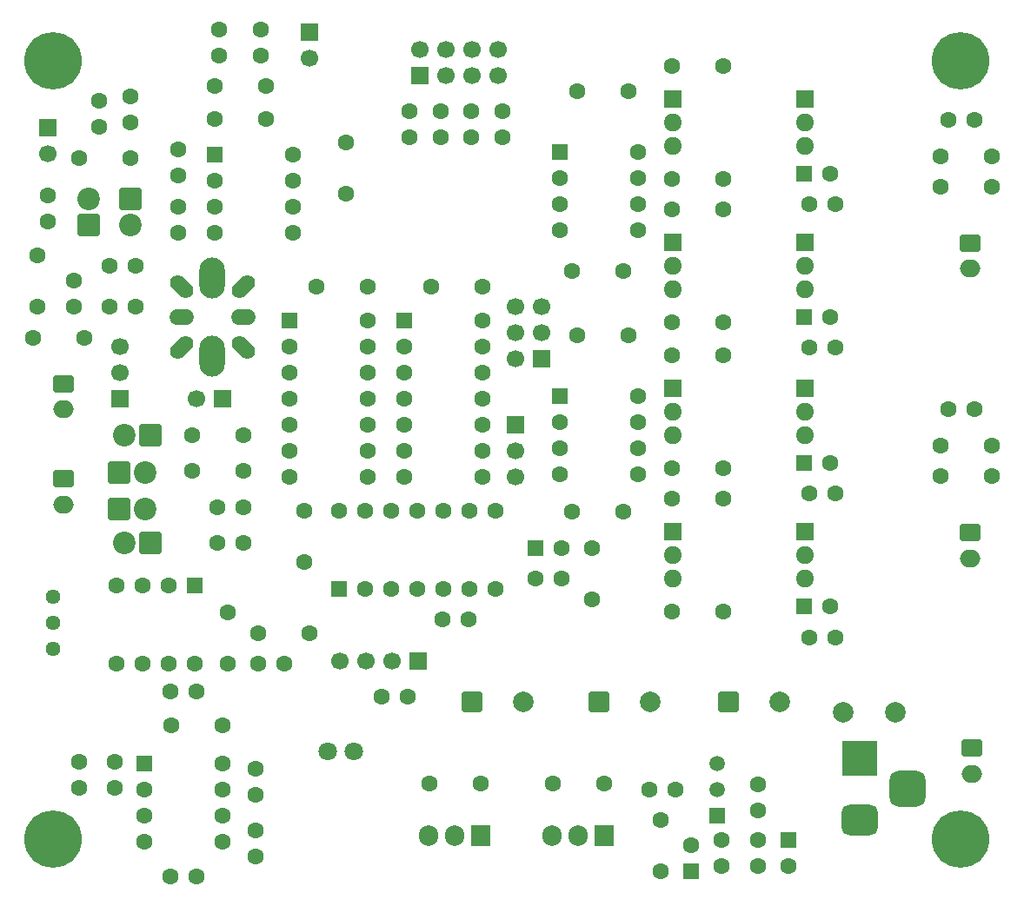
<source format=gbr>
%TF.GenerationSoftware,KiCad,Pcbnew,9.0.2*%
%TF.CreationDate,2025-08-17T10:41:30+03:30*%
%TF.ProjectId,drsstc-v1,64727373-7463-42d7-9631-2e6b69636164,rev?*%
%TF.SameCoordinates,Original*%
%TF.FileFunction,Soldermask,Bot*%
%TF.FilePolarity,Negative*%
%FSLAX46Y46*%
G04 Gerber Fmt 4.6, Leading zero omitted, Abs format (unit mm)*
G04 Created by KiCad (PCBNEW 9.0.2) date 2025-08-17 10:41:30*
%MOMM*%
%LPD*%
G01*
G04 APERTURE LIST*
G04 Aperture macros list*
%AMRoundRect*
0 Rectangle with rounded corners*
0 $1 Rounding radius*
0 $2 $3 $4 $5 $6 $7 $8 $9 X,Y pos of 4 corners*
0 Add a 4 corners polygon primitive as box body*
4,1,4,$2,$3,$4,$5,$6,$7,$8,$9,$2,$3,0*
0 Add four circle primitives for the rounded corners*
1,1,$1+$1,$2,$3*
1,1,$1+$1,$4,$5*
1,1,$1+$1,$6,$7*
1,1,$1+$1,$8,$9*
0 Add four rect primitives between the rounded corners*
20,1,$1+$1,$2,$3,$4,$5,0*
20,1,$1+$1,$4,$5,$6,$7,0*
20,1,$1+$1,$6,$7,$8,$9,0*
20,1,$1+$1,$8,$9,$2,$3,0*%
%AMHorizOval*
0 Thick line with rounded ends*
0 $1 width*
0 $2 $3 position (X,Y) of the first rounded end (center of the circle)*
0 $4 $5 position (X,Y) of the second rounded end (center of the circle)*
0 Add line between two ends*
20,1,$1,$2,$3,$4,$5,0*
0 Add two circle primitives to create the rounded ends*
1,1,$1,$2,$3*
1,1,$1,$4,$5*%
G04 Aperture macros list end*
%ADD10C,1.600000*%
%ADD11RoundRect,0.250000X-0.750000X0.600000X-0.750000X-0.600000X0.750000X-0.600000X0.750000X0.600000X0*%
%ADD12O,2.000000X1.700000*%
%ADD13R,1.800000X1.717500*%
%ADD14O,1.800000X1.717500*%
%ADD15RoundRect,0.250000X-0.550000X-0.550000X0.550000X-0.550000X0.550000X0.550000X-0.550000X0.550000X0*%
%ADD16R,1.500000X1.500000*%
%ADD17C,1.500000*%
%ADD18RoundRect,0.250000X-0.550000X0.550000X-0.550000X-0.550000X0.550000X-0.550000X0.550000X0.550000X0*%
%ADD19RoundRect,0.249999X-0.850001X-0.850001X0.850001X-0.850001X0.850001X0.850001X-0.850001X0.850001X0*%
%ADD20C,2.200000*%
%ADD21R,1.700000X1.700000*%
%ADD22C,1.700000*%
%ADD23C,3.600000*%
%ADD24C,5.600000*%
%ADD25R,1.905000X2.000000*%
%ADD26O,1.905000X2.000000*%
%ADD27RoundRect,0.250000X-0.750000X-0.750000X0.750000X-0.750000X0.750000X0.750000X-0.750000X0.750000X0*%
%ADD28C,2.000000*%
%ADD29R,3.500000X3.500000*%
%ADD30RoundRect,0.750000X1.000000X-0.750000X1.000000X0.750000X-1.000000X0.750000X-1.000000X-0.750000X0*%
%ADD31RoundRect,0.875000X0.875000X-0.875000X0.875000X0.875000X-0.875000X0.875000X-0.875000X-0.875000X0*%
%ADD32RoundRect,0.250000X0.550000X-0.550000X0.550000X0.550000X-0.550000X0.550000X-0.550000X-0.550000X0*%
%ADD33RoundRect,0.249999X-0.850001X0.850001X-0.850001X-0.850001X0.850001X-0.850001X0.850001X0.850001X0*%
%ADD34RoundRect,0.249999X0.850001X-0.850001X0.850001X0.850001X-0.850001X0.850001X-0.850001X-0.850001X0*%
%ADD35RoundRect,0.249999X0.850001X0.850001X-0.850001X0.850001X-0.850001X-0.850001X0.850001X-0.850001X0*%
%ADD36C,1.440000*%
%ADD37C,1.800000*%
%ADD38HorizOval,1.524000X0.380423X0.380423X-0.380423X-0.380423X0*%
%ADD39HorizOval,1.524000X-0.380423X0.380423X0.380423X-0.380423X0*%
%ADD40O,2.400000X1.524000*%
%ADD41O,2.500000X4.000000*%
G04 APERTURE END LIST*
D10*
%TO.C,R10*%
X55460000Y-72000000D03*
X58000000Y-72000000D03*
%TD*%
%TO.C,C6*%
X66132323Y-88000000D03*
X71132323Y-88000000D03*
%TD*%
%TO.C,R17*%
X91106667Y-45500000D03*
X93646667Y-45500000D03*
%TD*%
D11*
%TO.C,J9*%
X18500000Y-58250000D03*
D12*
X18500000Y-60750000D03*
%TD*%
D10*
%TO.C,C24*%
X15500000Y-44500000D03*
X20500000Y-44500000D03*
%TD*%
%TO.C,R11*%
X52045000Y-79500000D03*
X49505000Y-79500000D03*
%TD*%
%TO.C,C5*%
X70000000Y-65000000D03*
X70000000Y-70000000D03*
%TD*%
%TO.C,R25*%
X58230000Y-25000000D03*
X58230000Y-22460000D03*
%TD*%
%TO.C,R20*%
X19500000Y-38972183D03*
X19500000Y-41512183D03*
%TD*%
%TO.C,R9*%
X64500000Y-67955000D03*
X67040000Y-67955000D03*
%TD*%
%TO.C,C9*%
X41920000Y-66380000D03*
X41920000Y-61380000D03*
%TD*%
%TO.C,C18*%
X82741667Y-60200000D03*
X77741667Y-60200000D03*
%TD*%
D13*
%TO.C,Q8*%
X77851667Y-21210000D03*
D14*
X77851667Y-23500000D03*
X77851667Y-25790000D03*
%TD*%
D15*
%TO.C,U6*%
X66880000Y-50220000D03*
D10*
X66880000Y-52760000D03*
X66880000Y-55300000D03*
X66880000Y-57840000D03*
X74500000Y-57840000D03*
X74500000Y-55300000D03*
X74500000Y-52760000D03*
X74500000Y-50220000D03*
%TD*%
D16*
%TO.C,Q1*%
X82132323Y-91085000D03*
D17*
X82132323Y-88545000D03*
X82132323Y-86005000D03*
%TD*%
D10*
%TO.C,C34*%
X46000000Y-30500000D03*
X46000000Y-25500000D03*
%TD*%
%TO.C,C21*%
X59315000Y-39500000D03*
X54315000Y-39500000D03*
%TD*%
%TO.C,R12*%
X40040000Y-76315000D03*
X37500000Y-76315000D03*
%TD*%
D15*
%TO.C,D8*%
X90656667Y-42500000D03*
D10*
X93196667Y-42500000D03*
%TD*%
%TO.C,R26*%
X61230000Y-25000000D03*
X61230000Y-22460000D03*
%TD*%
D11*
%TO.C,J11*%
X106785000Y-35300000D03*
D12*
X106785000Y-37800000D03*
%TD*%
D10*
%TO.C,R1*%
X82632323Y-96045000D03*
X82632323Y-93505000D03*
%TD*%
D13*
%TO.C,Q9*%
X77851667Y-35210000D03*
D14*
X77851667Y-37500000D03*
X77851667Y-39790000D03*
%TD*%
D18*
%TO.C,U5*%
X31310000Y-68695000D03*
D10*
X28770000Y-68695000D03*
X26230000Y-68695000D03*
X23690000Y-68695000D03*
X23690000Y-76315000D03*
X26230000Y-76315000D03*
X28770000Y-76315000D03*
X31310000Y-76315000D03*
%TD*%
D15*
%TO.C,U9*%
X66880000Y-26420000D03*
D10*
X66880000Y-28960000D03*
X66880000Y-31500000D03*
X66880000Y-34040000D03*
X74500000Y-34040000D03*
X74500000Y-31500000D03*
X74500000Y-28960000D03*
X74500000Y-26420000D03*
%TD*%
%TO.C,C26*%
X103935000Y-26800000D03*
X108935000Y-26800000D03*
%TD*%
D19*
%TO.C,D10*%
X23960000Y-57628730D03*
D20*
X26500000Y-57628730D03*
%TD*%
D15*
%TO.C,U4*%
X26420000Y-86000000D03*
D10*
X26420000Y-88540000D03*
X26420000Y-91080000D03*
X26420000Y-93620000D03*
X34040000Y-93620000D03*
X34040000Y-91080000D03*
X34040000Y-88540000D03*
X34040000Y-86000000D03*
%TD*%
D21*
%TO.C,J13*%
X42500000Y-14725000D03*
D22*
X42500000Y-17265000D03*
%TD*%
D10*
%TO.C,C20*%
X68000000Y-61500000D03*
X73000000Y-61500000D03*
%TD*%
%TO.C,C1*%
X76632323Y-96545000D03*
X76632323Y-91545000D03*
%TD*%
D23*
%TO.C,H2*%
X17500000Y-93400000D03*
D24*
X17500000Y-93400000D03*
%TD*%
D25*
%TO.C,U2*%
X59172323Y-93050000D03*
D26*
X56632323Y-93050000D03*
X54092323Y-93050000D03*
%TD*%
D13*
%TO.C,Q7*%
X90766667Y-35210000D03*
D14*
X90766667Y-37500000D03*
X90766667Y-39790000D03*
%TD*%
D10*
%TO.C,C33*%
X38195000Y-23190000D03*
X33195000Y-23190000D03*
%TD*%
%TO.C,C8*%
X54132323Y-88000000D03*
X59132323Y-88000000D03*
%TD*%
%TO.C,R19*%
X104735000Y-51500000D03*
X107275000Y-51500000D03*
%TD*%
D21*
%TO.C,J12*%
X53190000Y-18960000D03*
D22*
X53190000Y-16420000D03*
X55730000Y-18960000D03*
X55730000Y-16420000D03*
X58270000Y-18960000D03*
X58270000Y-16420000D03*
X60810000Y-18960000D03*
X60810000Y-16420000D03*
%TD*%
D10*
%TO.C,C19*%
X82741667Y-46200000D03*
X77741667Y-46200000D03*
%TD*%
%TO.C,C23*%
X31000000Y-57500000D03*
X36000000Y-57500000D03*
%TD*%
D27*
%TO.C,C2*%
X83264646Y-80000000D03*
D28*
X88264646Y-80000000D03*
%TD*%
D10*
%TO.C,C11*%
X34500000Y-71315000D03*
X34500000Y-76315000D03*
%TD*%
%TO.C,C29*%
X82741667Y-32000000D03*
X77741667Y-32000000D03*
%TD*%
D23*
%TO.C,H4*%
X17500000Y-17500000D03*
D24*
X17500000Y-17500000D03*
%TD*%
D11*
%TO.C,J4*%
X106785000Y-63500000D03*
D12*
X106785000Y-66000000D03*
%TD*%
D10*
%TO.C,C31*%
X82741667Y-18000000D03*
X77741667Y-18000000D03*
%TD*%
D13*
%TO.C,Q5*%
X77851667Y-49410000D03*
D14*
X77851667Y-51700000D03*
X77851667Y-53990000D03*
%TD*%
D10*
%TO.C,C13*%
X103935000Y-58000000D03*
X108935000Y-58000000D03*
%TD*%
%TO.C,R21*%
X33460000Y-61000000D03*
X36000000Y-61000000D03*
%TD*%
D29*
%TO.C,J1*%
X96042500Y-85500000D03*
D30*
X96042500Y-91500000D03*
D31*
X100742500Y-88500000D03*
%TD*%
D13*
%TO.C,Q3*%
X90766667Y-49410000D03*
D14*
X90766667Y-51700000D03*
X90766667Y-53990000D03*
%TD*%
D32*
%TO.C,D2*%
X79632323Y-96545000D03*
D10*
X79632323Y-94005000D03*
%TD*%
D11*
%TO.C,J2*%
X107000000Y-84500000D03*
D12*
X107000000Y-87000000D03*
%TD*%
D10*
%TO.C,R14*%
X23540000Y-88350000D03*
X23540000Y-85810000D03*
%TD*%
%TO.C,R30*%
X37745000Y-14455000D03*
X37745000Y-16995000D03*
%TD*%
D33*
%TO.C,D13*%
X25000000Y-31012183D03*
D20*
X25000000Y-33552183D03*
%TD*%
D15*
%TO.C,U10*%
X33195000Y-26690000D03*
D10*
X33195000Y-29230000D03*
X33195000Y-31770000D03*
X33195000Y-34310000D03*
X40815000Y-34310000D03*
X40815000Y-31770000D03*
X40815000Y-29230000D03*
X40815000Y-26690000D03*
%TD*%
%TO.C,R24*%
X104735000Y-23300000D03*
X107275000Y-23300000D03*
%TD*%
%TO.C,R23*%
X91106667Y-31500000D03*
X93646667Y-31500000D03*
%TD*%
%TO.C,R28*%
X55230000Y-25000000D03*
X55230000Y-22460000D03*
%TD*%
D13*
%TO.C,Q4*%
X77851667Y-63410000D03*
D14*
X77851667Y-65700000D03*
X77851667Y-67990000D03*
%TD*%
D21*
%TO.C,J3*%
X53085000Y-76000000D03*
D22*
X50545000Y-76000000D03*
X48005000Y-76000000D03*
X45465000Y-76000000D03*
%TD*%
D21*
%TO.C,J7*%
X34000000Y-50500000D03*
D22*
X31460000Y-50500000D03*
%TD*%
D32*
%TO.C,U3*%
X45380000Y-69000000D03*
D10*
X47920000Y-69000000D03*
X50460000Y-69000000D03*
X53000000Y-69000000D03*
X55540000Y-69000000D03*
X58080000Y-69000000D03*
X60620000Y-69000000D03*
X60620000Y-61380000D03*
X58080000Y-61380000D03*
X55540000Y-61380000D03*
X53000000Y-61380000D03*
X50460000Y-61380000D03*
X47920000Y-61380000D03*
X45380000Y-61380000D03*
%TD*%
D15*
%TO.C,D7*%
X90656667Y-56700000D03*
D10*
X93196667Y-56700000D03*
%TD*%
%TO.C,C17*%
X68500000Y-44300000D03*
X73500000Y-44300000D03*
%TD*%
D34*
%TO.C,D14*%
X21000000Y-33500000D03*
D20*
X21000000Y-30960000D03*
%TD*%
D10*
%TO.C,C16*%
X82741667Y-43000000D03*
X77741667Y-43000000D03*
%TD*%
%TO.C,R29*%
X29695000Y-34280000D03*
X29695000Y-31740000D03*
%TD*%
D11*
%TO.C,J10*%
X18500000Y-49000000D03*
D12*
X18500000Y-51500000D03*
%TD*%
D35*
%TO.C,D6*%
X27000000Y-64500000D03*
D20*
X24460000Y-64500000D03*
%TD*%
D13*
%TO.C,Q2*%
X90766667Y-63410000D03*
D14*
X90766667Y-65700000D03*
X90766667Y-67990000D03*
%TD*%
D21*
%TO.C,J6*%
X62500000Y-53000000D03*
D22*
X62500000Y-55540000D03*
X62500000Y-58080000D03*
%TD*%
D27*
%TO.C,C7*%
X58264646Y-80000000D03*
D28*
X63264646Y-80000000D03*
%TD*%
D19*
%TO.C,D11*%
X23960000Y-61250000D03*
D20*
X26500000Y-61250000D03*
%TD*%
D36*
%TO.C,RV1*%
X17500000Y-69775000D03*
X17500000Y-72315000D03*
X17500000Y-74855000D03*
%TD*%
D10*
%TO.C,R22*%
X25500000Y-41500000D03*
X22960000Y-41500000D03*
%TD*%
%TO.C,C36*%
X16000000Y-36512183D03*
X16000000Y-41512183D03*
%TD*%
%TO.C,C27*%
X103935000Y-29800000D03*
X108935000Y-29800000D03*
%TD*%
%TO.C,R6*%
X31500000Y-97000000D03*
X28960000Y-97000000D03*
%TD*%
%TO.C,R2*%
X86132323Y-90585000D03*
X86132323Y-88045000D03*
%TD*%
%TO.C,C22*%
X43130000Y-39500000D03*
X48130000Y-39500000D03*
%TD*%
%TO.C,R13*%
X33460000Y-64550000D03*
X36000000Y-64550000D03*
%TD*%
D25*
%TO.C,U1*%
X71172323Y-93050000D03*
D26*
X68632323Y-93050000D03*
X66092323Y-93050000D03*
%TD*%
D10*
%TO.C,C32*%
X82741667Y-29000000D03*
X77741667Y-29000000D03*
%TD*%
%TO.C,C3*%
X82741667Y-71200000D03*
X77741667Y-71200000D03*
%TD*%
%TO.C,C30*%
X68500000Y-20500000D03*
X73500000Y-20500000D03*
%TD*%
D37*
%TO.C,D5*%
X46825000Y-84800000D03*
X44285000Y-84800000D03*
%TD*%
D10*
%TO.C,C35*%
X38195000Y-20000000D03*
X33195000Y-20000000D03*
%TD*%
D15*
%TO.C,D12*%
X90656667Y-28500000D03*
D10*
X93196667Y-28500000D03*
%TD*%
%TO.C,R32*%
X22000000Y-21455000D03*
X22000000Y-23995000D03*
%TD*%
%TO.C,C10*%
X29040000Y-82310000D03*
X34040000Y-82310000D03*
%TD*%
D15*
%TO.C,D3*%
X90656667Y-70700000D03*
D10*
X93196667Y-70700000D03*
%TD*%
D15*
%TO.C,U7*%
X40510000Y-42810000D03*
D10*
X40510000Y-45350000D03*
X40510000Y-47890000D03*
X40510000Y-50430000D03*
X40510000Y-52970000D03*
X40510000Y-55510000D03*
X40510000Y-58050000D03*
X48130000Y-58050000D03*
X48130000Y-55510000D03*
X48130000Y-52970000D03*
X48130000Y-50430000D03*
X48130000Y-47890000D03*
X48130000Y-45350000D03*
X48130000Y-42810000D03*
%TD*%
%TO.C,R27*%
X52230000Y-25000000D03*
X52230000Y-22460000D03*
%TD*%
%TO.C,C37*%
X25000000Y-27000000D03*
X20000000Y-27000000D03*
%TD*%
D27*
%TO.C,C4*%
X70632323Y-80000000D03*
D28*
X75632323Y-80000000D03*
%TD*%
D21*
%TO.C,J8*%
X24000000Y-50500000D03*
D22*
X24000000Y-47960000D03*
X24000000Y-45420000D03*
%TD*%
D15*
%TO.C,U8*%
X51695000Y-42810000D03*
D10*
X51695000Y-45350000D03*
X51695000Y-47890000D03*
X51695000Y-50430000D03*
X51695000Y-52970000D03*
X51695000Y-55510000D03*
X51695000Y-58050000D03*
X59315000Y-58050000D03*
X59315000Y-55510000D03*
X59315000Y-52970000D03*
X59315000Y-50430000D03*
X59315000Y-47890000D03*
X59315000Y-45350000D03*
X59315000Y-42810000D03*
%TD*%
%TO.C,R34*%
X33645000Y-14455000D03*
X33645000Y-16995000D03*
%TD*%
%TO.C,R35*%
X17000000Y-30630000D03*
X17000000Y-33170000D03*
%TD*%
%TO.C,R31*%
X25500000Y-37500000D03*
X22960000Y-37500000D03*
%TD*%
%TO.C,R8*%
X75587323Y-88545000D03*
X78127323Y-88545000D03*
%TD*%
D23*
%TO.C,H3*%
X105900000Y-17500000D03*
D24*
X105900000Y-17500000D03*
%TD*%
D10*
%TO.C,C14*%
X103935000Y-55000000D03*
X108935000Y-55000000D03*
%TD*%
%TO.C,R4*%
X37225000Y-92505000D03*
X37225000Y-95045000D03*
%TD*%
%TO.C,R36*%
X25050000Y-23495000D03*
X25050000Y-20955000D03*
%TD*%
D23*
%TO.C,H1*%
X105900000Y-93400000D03*
D24*
X105900000Y-93400000D03*
%TD*%
D13*
%TO.C,Q6*%
X90766667Y-21210000D03*
D14*
X90766667Y-23500000D03*
X90766667Y-25790000D03*
%TD*%
D10*
%TO.C,R33*%
X29695000Y-28735000D03*
X29695000Y-26195000D03*
%TD*%
D38*
%TO.C,L1*%
X30000000Y-45500000D03*
D39*
X30000000Y-39500000D03*
X36000000Y-45500000D03*
D38*
X36000000Y-39500000D03*
D40*
X30000000Y-42500000D03*
X36000000Y-42500000D03*
D41*
X33000000Y-46300000D03*
X33000000Y-38700000D03*
%TD*%
D10*
%TO.C,C28*%
X68000000Y-38000000D03*
X73000000Y-38000000D03*
%TD*%
%TO.C,R3*%
X86132323Y-96045000D03*
X86132323Y-93505000D03*
%TD*%
%TO.C,R5*%
X37225000Y-89045000D03*
X37225000Y-86505000D03*
%TD*%
%TO.C,R18*%
X91106667Y-59700000D03*
X93646667Y-59700000D03*
%TD*%
%TO.C,R7*%
X91106667Y-73700000D03*
X93646667Y-73700000D03*
%TD*%
D15*
%TO.C,D4*%
X64460000Y-65000000D03*
D10*
X67000000Y-65000000D03*
%TD*%
D18*
%TO.C,D1*%
X89132323Y-93505000D03*
D10*
X89132323Y-96045000D03*
%TD*%
D21*
%TO.C,J14*%
X17012182Y-24052183D03*
D22*
X17012182Y-26592183D03*
%TD*%
D35*
%TO.C,D9*%
X27000000Y-54000000D03*
D20*
X24460000Y-54000000D03*
%TD*%
D28*
%TO.C,F1*%
X94460000Y-81000000D03*
X99540000Y-81010000D03*
%TD*%
D10*
%TO.C,R15*%
X20000000Y-88350000D03*
X20000000Y-85810000D03*
%TD*%
%TO.C,C25*%
X36000000Y-54000000D03*
X31000000Y-54000000D03*
%TD*%
D21*
%TO.C,J5*%
X65040000Y-46540000D03*
D22*
X62500000Y-46540000D03*
X65040000Y-44000000D03*
X62500000Y-44000000D03*
X65040000Y-41460000D03*
X62500000Y-41460000D03*
%TD*%
D10*
%TO.C,R16*%
X28955000Y-79000000D03*
X31495000Y-79000000D03*
%TD*%
%TO.C,C12*%
X37500000Y-73315000D03*
X42500000Y-73315000D03*
%TD*%
%TO.C,C15*%
X82741667Y-57200000D03*
X77741667Y-57200000D03*
%TD*%
M02*

</source>
